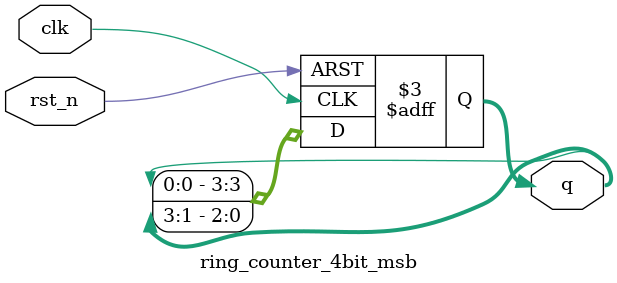
<source format=v>
module ring_counter_4bit_msb (
    input clk,
    input rst_n, // Active low reset
    output reg [3:0] q
);

    always @(posedge clk or negedge rst_n) begin
        if (!rst_n) begin 
            q <= 4'b1000; // Initialize with MSB set to 1
        end else begin 
            {q[2:0], q[3]} <= q; 
        end 
    end
endmodule
</source>
